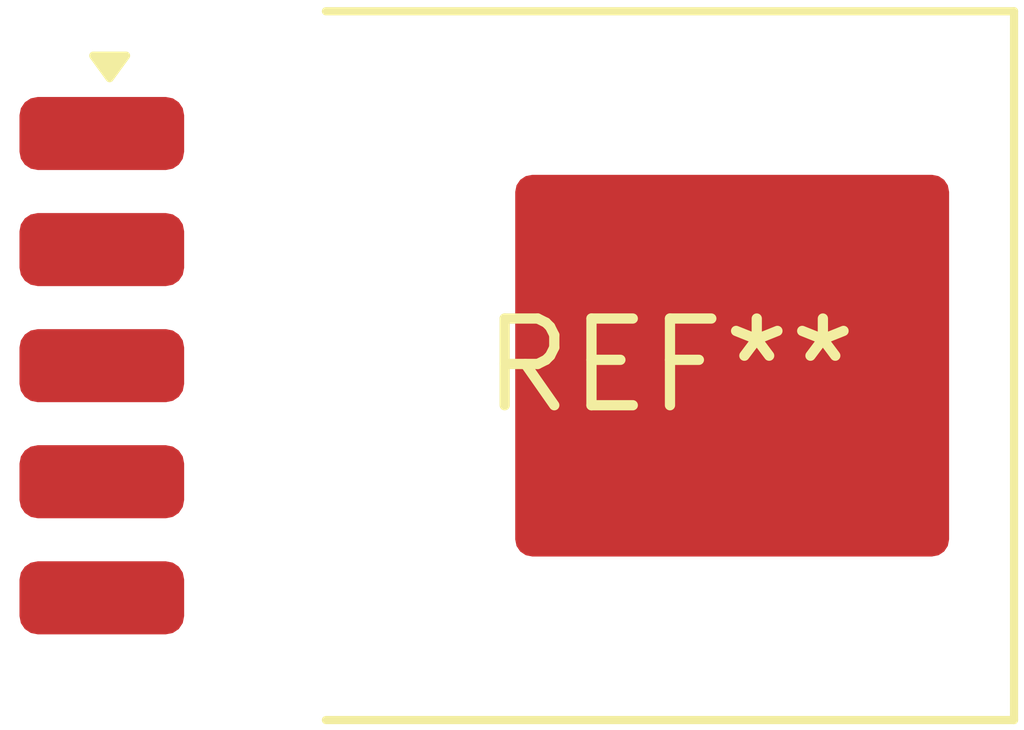
<source format=kicad_pcb>
(kicad_pcb (version 20240108) (generator pcbnew)
  (layers (0 "F.Cu" signal) (31 "B.Cu" signal) (34 "B.Paste" user) (35 "F.Paste" user) (36 "B.SilkS" user "B.Silkscreen") (37 "F.SilkS" user "F.Silkscreen") (38 "B.Mask" user) (39 "F.Mask" user) (44 "Edge.Cuts" user))
  (net 0 "")
  (footprint "Texas_NDQ" (layer "F.Cu") (at 0 0)
    (property "Reference" "REF**")
    (property "Value" "Texas_NDQ")
    (fp_line (start -5.035 -5.19) (end 5.035 -5.19) (layer "F.SilkS") (stroke (width 0.12)))
    (fp_line (start 5.035 5.19) (end -5.035 5.19) (layer "F.SilkS") (stroke (width 0.12)))
    (fp_line (start 5.035 5.19) (end 5.035 -5.19) (layer "F.SilkS") (stroke (width 0.12)))
    (fp_poly (pts (xy -8.2 -4.21) (xy -8.44 -4.54) (xy -7.96 -4.54) (xy -8.2 -4.21)) (layer "F.SilkS") (stroke (width 0.12)) (fill solid))
    (pad "1" smd roundrect (at -8.315 -3.4) (size 2.41 1.07) (layers "F.Cu" "F.Paste" "F.Mask"))
    (pad "2" smd roundrect (at -8.315 -1.7) (size 2.41 1.07) (layers "F.Cu" "F.Paste" "F.Mask"))
    (pad "3" smd roundrect (at -8.315 0) (size 2.41 1.07) (layers "F.Cu" "F.Paste" "F.Mask"))
    (pad "4" smd roundrect (at -8.315 1.7) (size 2.41 1.07) (layers "F.Cu" "F.Paste" "F.Mask"))
    (pad "5" smd roundrect (at -8.315 3.4) (size 2.41 1.07) (layers "F.Cu" "F.Paste" "F.Mask"))
    (pad "6" smd roundrect (at 0.91 0) (size 6.35 5.59) (layers "F.Cu" "F.Paste" "F.Mask") (roundrect_rratio 0.04472271914))
  )
)
</source>
